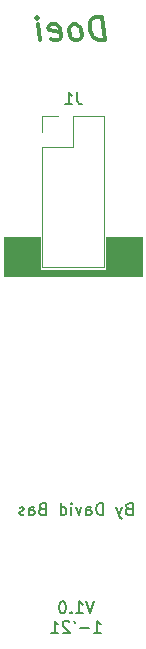
<source format=gbr>
%TF.GenerationSoftware,KiCad,Pcbnew,(5.1.8)-1*%
%TF.CreationDate,2021-01-05T22:27:56+01:00*%
%TF.ProjectId,HeadphoneOutV1,48656164-7068-46f6-9e65-4f757456312e,rev?*%
%TF.SameCoordinates,Original*%
%TF.FileFunction,Legend,Bot*%
%TF.FilePolarity,Positive*%
%FSLAX46Y46*%
G04 Gerber Fmt 4.6, Leading zero omitted, Abs format (unit mm)*
G04 Created by KiCad (PCBNEW (5.1.8)-1) date 2021-01-05 22:27:56*
%MOMM*%
%LPD*%
G01*
G04 APERTURE LIST*
%ADD10C,0.100000*%
%ADD11C,0.150000*%
%ADD12C,0.300000*%
%ADD13C,0.120000*%
%ADD14O,1.700000X1.700000*%
%ADD15R,1.700000X1.700000*%
%ADD16O,1.600000X1.600000*%
%ADD17R,1.600000X1.600000*%
%ADD18C,2.997200*%
%ADD19C,1.853200*%
%ADD20O,1.400000X1.400000*%
%ADD21C,1.400000*%
%ADD22C,2.130000*%
%ADD23R,1.930000X1.830000*%
%ADD24O,2.200000X2.200000*%
%ADD25R,2.200000X2.200000*%
%ADD26C,1.600000*%
G04 APERTURE END LIST*
D10*
G36*
X32004000Y-68072000D02*
G01*
X37592000Y-68072000D01*
X37592000Y-65278000D01*
X40640000Y-65278000D01*
X40640000Y-68580000D01*
X28956000Y-68580000D01*
X28956000Y-65278000D01*
X32004000Y-65278000D01*
X32004000Y-68072000D01*
G37*
X32004000Y-68072000D02*
X37592000Y-68072000D01*
X37592000Y-65278000D01*
X40640000Y-65278000D01*
X40640000Y-68580000D01*
X28956000Y-68580000D01*
X28956000Y-65278000D01*
X32004000Y-65278000D01*
X32004000Y-68072000D01*
D11*
X39504380Y-88320571D02*
X39361523Y-88368190D01*
X39313904Y-88415809D01*
X39266285Y-88511047D01*
X39266285Y-88653904D01*
X39313904Y-88749142D01*
X39361523Y-88796761D01*
X39456761Y-88844380D01*
X39837714Y-88844380D01*
X39837714Y-87844380D01*
X39504380Y-87844380D01*
X39409142Y-87892000D01*
X39361523Y-87939619D01*
X39313904Y-88034857D01*
X39313904Y-88130095D01*
X39361523Y-88225333D01*
X39409142Y-88272952D01*
X39504380Y-88320571D01*
X39837714Y-88320571D01*
X38932952Y-88177714D02*
X38694857Y-88844380D01*
X38456761Y-88177714D02*
X38694857Y-88844380D01*
X38790095Y-89082476D01*
X38837714Y-89130095D01*
X38932952Y-89177714D01*
X37313904Y-88844380D02*
X37313904Y-87844380D01*
X37075809Y-87844380D01*
X36932952Y-87892000D01*
X36837714Y-87987238D01*
X36790095Y-88082476D01*
X36742476Y-88272952D01*
X36742476Y-88415809D01*
X36790095Y-88606285D01*
X36837714Y-88701523D01*
X36932952Y-88796761D01*
X37075809Y-88844380D01*
X37313904Y-88844380D01*
X35885333Y-88844380D02*
X35885333Y-88320571D01*
X35932952Y-88225333D01*
X36028190Y-88177714D01*
X36218666Y-88177714D01*
X36313904Y-88225333D01*
X35885333Y-88796761D02*
X35980571Y-88844380D01*
X36218666Y-88844380D01*
X36313904Y-88796761D01*
X36361523Y-88701523D01*
X36361523Y-88606285D01*
X36313904Y-88511047D01*
X36218666Y-88463428D01*
X35980571Y-88463428D01*
X35885333Y-88415809D01*
X35504380Y-88177714D02*
X35266285Y-88844380D01*
X35028190Y-88177714D01*
X34647238Y-88844380D02*
X34647238Y-88177714D01*
X34647238Y-87844380D02*
X34694857Y-87892000D01*
X34647238Y-87939619D01*
X34599619Y-87892000D01*
X34647238Y-87844380D01*
X34647238Y-87939619D01*
X33742476Y-88844380D02*
X33742476Y-87844380D01*
X33742476Y-88796761D02*
X33837714Y-88844380D01*
X34028190Y-88844380D01*
X34123428Y-88796761D01*
X34171047Y-88749142D01*
X34218666Y-88653904D01*
X34218666Y-88368190D01*
X34171047Y-88272952D01*
X34123428Y-88225333D01*
X34028190Y-88177714D01*
X33837714Y-88177714D01*
X33742476Y-88225333D01*
X32171047Y-88320571D02*
X32028190Y-88368190D01*
X31980571Y-88415809D01*
X31932952Y-88511047D01*
X31932952Y-88653904D01*
X31980571Y-88749142D01*
X32028190Y-88796761D01*
X32123428Y-88844380D01*
X32504380Y-88844380D01*
X32504380Y-87844380D01*
X32171047Y-87844380D01*
X32075809Y-87892000D01*
X32028190Y-87939619D01*
X31980571Y-88034857D01*
X31980571Y-88130095D01*
X32028190Y-88225333D01*
X32075809Y-88272952D01*
X32171047Y-88320571D01*
X32504380Y-88320571D01*
X31075809Y-88844380D02*
X31075809Y-88320571D01*
X31123428Y-88225333D01*
X31218666Y-88177714D01*
X31409142Y-88177714D01*
X31504380Y-88225333D01*
X31075809Y-88796761D02*
X31171047Y-88844380D01*
X31409142Y-88844380D01*
X31504380Y-88796761D01*
X31552000Y-88701523D01*
X31552000Y-88606285D01*
X31504380Y-88511047D01*
X31409142Y-88463428D01*
X31171047Y-88463428D01*
X31075809Y-88415809D01*
X30647238Y-88796761D02*
X30552000Y-88844380D01*
X30361523Y-88844380D01*
X30266285Y-88796761D01*
X30218666Y-88701523D01*
X30218666Y-88653904D01*
X30266285Y-88558666D01*
X30361523Y-88511047D01*
X30504380Y-88511047D01*
X30599619Y-88463428D01*
X30647238Y-88368190D01*
X30647238Y-88320571D01*
X30599619Y-88225333D01*
X30504380Y-88177714D01*
X30361523Y-88177714D01*
X30266285Y-88225333D01*
X36575809Y-96163380D02*
X36242476Y-97163380D01*
X35909142Y-96163380D01*
X35052000Y-97163380D02*
X35623428Y-97163380D01*
X35337714Y-97163380D02*
X35337714Y-96163380D01*
X35432952Y-96306238D01*
X35528190Y-96401476D01*
X35623428Y-96449095D01*
X34623428Y-97068142D02*
X34575809Y-97115761D01*
X34623428Y-97163380D01*
X34671047Y-97115761D01*
X34623428Y-97068142D01*
X34623428Y-97163380D01*
X33956761Y-96163380D02*
X33861523Y-96163380D01*
X33766285Y-96211000D01*
X33718666Y-96258619D01*
X33671047Y-96353857D01*
X33623428Y-96544333D01*
X33623428Y-96782428D01*
X33671047Y-96972904D01*
X33718666Y-97068142D01*
X33766285Y-97115761D01*
X33861523Y-97163380D01*
X33956761Y-97163380D01*
X34052000Y-97115761D01*
X34099619Y-97068142D01*
X34147238Y-96972904D01*
X34194857Y-96782428D01*
X34194857Y-96544333D01*
X34147238Y-96353857D01*
X34099619Y-96258619D01*
X34052000Y-96211000D01*
X33956761Y-96163380D01*
X36575809Y-98813380D02*
X37147238Y-98813380D01*
X36861523Y-98813380D02*
X36861523Y-97813380D01*
X36956761Y-97956238D01*
X37052000Y-98051476D01*
X37147238Y-98099095D01*
X36147238Y-98432428D02*
X35385333Y-98432428D01*
X34861523Y-97813380D02*
X34956761Y-98003857D01*
X34480571Y-97908619D02*
X34432952Y-97861000D01*
X34337714Y-97813380D01*
X34099619Y-97813380D01*
X34004380Y-97861000D01*
X33956761Y-97908619D01*
X33909142Y-98003857D01*
X33909142Y-98099095D01*
X33956761Y-98241952D01*
X34528190Y-98813380D01*
X33909142Y-98813380D01*
X32956761Y-98813380D02*
X33528190Y-98813380D01*
X33242476Y-98813380D02*
X33242476Y-97813380D01*
X33337714Y-97956238D01*
X33432952Y-98051476D01*
X33528190Y-98099095D01*
D12*
X37505875Y-48656761D02*
X37255875Y-46656761D01*
X36779684Y-46656761D01*
X36505875Y-46752000D01*
X36339208Y-46942476D01*
X36267779Y-47132952D01*
X36220160Y-47513904D01*
X36255875Y-47799619D01*
X36398732Y-48180571D01*
X36517779Y-48371047D01*
X36732065Y-48561523D01*
X37029684Y-48656761D01*
X37505875Y-48656761D01*
X35220160Y-48656761D02*
X35398732Y-48561523D01*
X35482065Y-48466285D01*
X35553494Y-48275809D01*
X35482065Y-47704380D01*
X35363017Y-47513904D01*
X35255875Y-47418666D01*
X35053494Y-47323428D01*
X34767779Y-47323428D01*
X34589208Y-47418666D01*
X34505875Y-47513904D01*
X34434446Y-47704380D01*
X34505875Y-48275809D01*
X34624922Y-48466285D01*
X34732065Y-48561523D01*
X34934446Y-48656761D01*
X35220160Y-48656761D01*
X32922541Y-48561523D02*
X33124922Y-48656761D01*
X33505875Y-48656761D01*
X33684446Y-48561523D01*
X33755875Y-48371047D01*
X33660636Y-47609142D01*
X33541589Y-47418666D01*
X33339208Y-47323428D01*
X32958255Y-47323428D01*
X32779684Y-47418666D01*
X32708255Y-47609142D01*
X32732065Y-47799619D01*
X33708255Y-47990095D01*
X31982065Y-48656761D02*
X31815398Y-47323428D01*
X31732065Y-46656761D02*
X31839208Y-46752000D01*
X31755875Y-46847238D01*
X31648732Y-46752000D01*
X31732065Y-46656761D01*
X31755875Y-46847238D01*
D13*
%TO.C,J1*%
X37398000Y-55058000D02*
X34798000Y-55058000D01*
X37398000Y-55058000D02*
X37398000Y-67878000D01*
X37398000Y-67878000D02*
X32198000Y-67878000D01*
X32198000Y-57658000D02*
X32198000Y-67878000D01*
X34798000Y-57658000D02*
X32198000Y-57658000D01*
X34798000Y-55058000D02*
X34798000Y-57658000D01*
X32198000Y-55058000D02*
X32198000Y-56388000D01*
X33528000Y-55058000D02*
X32198000Y-55058000D01*
D11*
X35131333Y-53070380D02*
X35131333Y-53784666D01*
X35178952Y-53927523D01*
X35274190Y-54022761D01*
X35417047Y-54070380D01*
X35512285Y-54070380D01*
X34131333Y-54070380D02*
X34702761Y-54070380D01*
X34417047Y-54070380D02*
X34417047Y-53070380D01*
X34512285Y-53213238D01*
X34607523Y-53308476D01*
X34702761Y-53356095D01*
%TD*%
%LPC*%
D14*
%TO.C,J1*%
X36068000Y-66548000D03*
X33528000Y-66548000D03*
X36068000Y-64008000D03*
X33528000Y-64008000D03*
X36068000Y-61468000D03*
X33528000Y-61468000D03*
X36068000Y-58928000D03*
X33528000Y-58928000D03*
X36068000Y-56388000D03*
D15*
X33528000Y-56388000D03*
%TD*%
D14*
%TO.C,J4*%
X27305000Y-102235000D03*
D15*
X27305000Y-104775000D03*
%TD*%
D14*
%TO.C,J3*%
X42545000Y-99695000D03*
X42545000Y-102235000D03*
D15*
X42545000Y-104775000D03*
%TD*%
D16*
%TO.C,U1*%
X38735000Y-74930000D03*
X31115000Y-82550000D03*
X38735000Y-77470000D03*
X31115000Y-80010000D03*
X38735000Y-80010000D03*
X31115000Y-77470000D03*
X38735000Y-82550000D03*
D17*
X31115000Y-74930000D03*
%TD*%
D18*
%TO.C,RV1*%
X30425000Y-43815000D03*
X39425000Y-43815000D03*
D19*
X37425000Y-50815000D03*
X34925000Y-50815000D03*
G36*
G01*
X31600000Y-49888400D02*
X33250000Y-49888400D01*
G75*
G02*
X33351600Y-49990000I0J-101600D01*
G01*
X33351600Y-51640000D01*
G75*
G02*
X33250000Y-51741600I-101600J0D01*
G01*
X31600000Y-51741600D01*
G75*
G02*
X31498400Y-51640000I0J101600D01*
G01*
X31498400Y-49990000D01*
G75*
G02*
X31600000Y-49888400I101600J0D01*
G01*
G37*
%TD*%
D20*
%TO.C,R6*%
X29845000Y-90805000D03*
D21*
X29845000Y-85725000D03*
%TD*%
D20*
%TO.C,R5*%
X26670000Y-77470000D03*
D21*
X26670000Y-82550000D03*
%TD*%
D20*
%TO.C,R4*%
X40005000Y-90805000D03*
D21*
X40005000Y-85725000D03*
%TD*%
D20*
%TO.C,R3*%
X43180000Y-77470000D03*
D21*
X43180000Y-82550000D03*
%TD*%
D20*
%TO.C,R2*%
X43180000Y-95250000D03*
D21*
X43180000Y-90170000D03*
%TD*%
D20*
%TO.C,R1*%
X26670000Y-95250000D03*
D21*
X26670000Y-90170000D03*
%TD*%
D22*
%TO.C,J2*%
X34925000Y-93375000D03*
D23*
X34925000Y-104775000D03*
D22*
X34925000Y-101675000D03*
%TD*%
D24*
%TO.C,D2*%
X27305000Y-66040000D03*
D25*
X27305000Y-55880000D03*
%TD*%
D24*
%TO.C,D1*%
X42545000Y-55880000D03*
D25*
X42545000Y-66040000D03*
%TD*%
D26*
%TO.C,C6*%
X37505000Y-70485000D03*
D17*
X40005000Y-70485000D03*
%TD*%
D26*
%TO.C,C3*%
X26670000Y-74850000D03*
X26670000Y-69850000D03*
%TD*%
%TO.C,C2*%
X32345000Y-70485000D03*
D17*
X29845000Y-70485000D03*
%TD*%
D26*
%TO.C,C1*%
X43180000Y-74850000D03*
X43180000Y-69850000D03*
%TD*%
M02*

</source>
